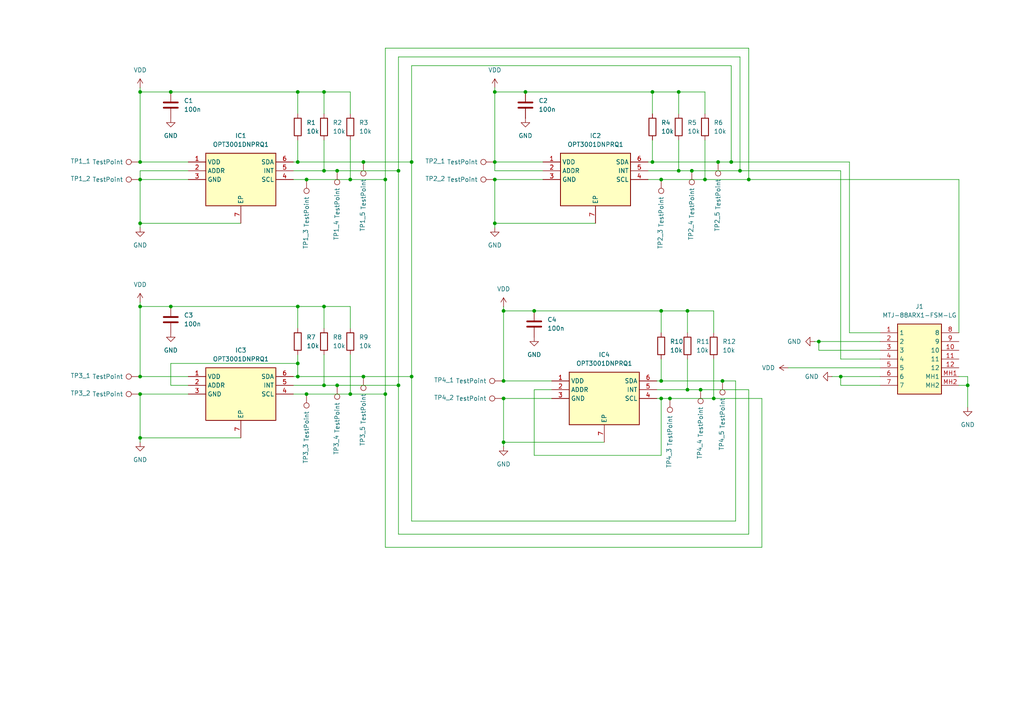
<source format=kicad_sch>
(kicad_sch (version 20250114) (generator "eeschema") (generator_version "9.0")
  (paper "A4")
  (lib_symbols
    (symbol "Connector:TestPoint" (pin_numbers (hide yes)) (pin_names (offset 0.762) (hide yes))
      (property "Reference" "TP" (at 0 6.858 0))
      (property "Value" "TestPoint" (at 0 5.08 0))
      (symbol "TestPoint_0_1"
        (circle (center 0 3.302) (radius 0.762))
      )
      (symbol "TestPoint_1_1"
        (pin passive line (at 0 0 90) (length 2.54) (name "1") (number "1"))
      )
    )
    (symbol "Device:C" (pin_numbers (hide yes)) (pin_names (offset 0.254))
      (property "Reference" "C" (at 0.635 2.54 0))
      (property "Value" "C" (at 0.635 -2.54 0))
      (symbol "C_0_1"
        (polyline (pts (xy -2.032 0.762) (xy 2.032 0.762)) (stroke (width 0.508)))
        (polyline (pts (xy -2.032 -0.762) (xy 2.032 -0.762)) (stroke (width 0.508)))
      )
      (symbol "C_1_1"
        (pin passive line (at 0 3.81 270) (length 2.794) (name "~") (number "1"))
        (pin passive line (at 0 -3.81 90) (length 2.794) (name "~") (number "2"))
      )
    )
    (symbol "Device:R" (pin_numbers (hide yes)) (pin_names (offset 0))
      (property "Reference" "R" (at 2.032 0 90))
      (property "Value" "R" (at 0 0 90))
      (symbol "R_0_1"
        (rectangle (start -1.016 -2.54) (end 1.016 2.54) (stroke (width 0.254)))
      )
      (symbol "R_1_1"
        (pin passive line (at 0 3.81 270) (length 1.27) (name "~") (number "1"))
        (pin passive line (at 0 -3.81 90) (length 1.27) (name "~") (number "2"))
      )
    )
    (symbol "MTJ-88ARX1-FSM-LG:MTJ-88ARX1-FSM-LG"
      (property "Reference" "J" (at 19.05 7.62 0))
      (property "Value" "MTJ-88ARX1-FSM-LG" (at 19.05 5.08 0))
      (symbol "MTJ-88ARX1-FSM-LG_1_1"
        (rectangle (start 5.08 2.54) (end 17.78 -17.78) (stroke (width 0.254)) (fill (type background)))
        (pin passive line (at 0 0 0) (length 5.08) (name "1") (number "1"))
        (pin passive line (at 0 -2.54 0) (length 5.08) (name "2") (number "2"))
        (pin passive line (at 0 -5.08 0) (length 5.08) (name "3") (number "3"))
        (pin passive line (at 0 -7.62 0) (length 5.08) (name "4") (number "4"))
        (pin passive line (at 0 -10.16 0) (length 5.08) (name "5") (number "5"))
        (pin passive line (at 0 -12.7 0) (length 5.08) (name "6") (number "6"))
        (pin passive line (at 0 -15.24 0) (length 5.08) (name "7") (number "7"))
        (pin passive line (at 22.86 0 180) (length 5.08) (name "8") (number "8"))
        (pin passive line (at 22.86 -2.54 180) (length 5.08) (name "9") (number "9"))
        (pin passive line (at 22.86 -5.08 180) (length 5.08) (name "10") (number "10"))
        (pin passive line (at 22.86 -7.62 180) (length 5.08) (name "11") (number "11"))
        (pin passive line (at 22.86 -10.16 180) (length 5.08) (name "12") (number "12"))
        (pin passive line (at 22.86 -12.7 180) (length 5.08) (name "MH1") (number "MH1"))
        (pin passive line (at 22.86 -15.24 180) (length 5.08) (name "MH2") (number "MH2"))
      )
    )
    (symbol "OPT3001DNPRQ1:OPT3001DNPRQ1"
      (property "Reference" "IC" (at 26.67 7.62 0))
      (property "Value" "OPT3001DNPRQ1" (at 26.67 5.08 0))
      (symbol "OPT3001DNPRQ1_1_1"
        (rectangle (start 5.08 2.54) (end 25.4 -12.7) (stroke (width 0.254)) (fill (type background)))
        (pin passive line (at 0 0 0) (length 5.08) (name "VDD") (number "1"))
        (pin passive line (at 0 -2.54 0) (length 5.08) (name "ADDR") (number "2"))
        (pin passive line (at 0 -5.08 0) (length 5.08) (name "GND") (number "3"))
        (pin passive line (at 15.24 -17.78 90) (length 5.08) (name "EP") (number "7"))
        (pin passive line (at 30.48 0 180) (length 5.08) (name "SDA") (number "6"))
        (pin passive line (at 30.48 -2.54 180) (length 5.08) (name "INT") (number "5"))
        (pin passive line (at 30.48 -5.08 180) (length 5.08) (name "SCL") (number "4"))
      )
    )
    (symbol "power:GND" (power) (pin_numbers (hide yes)) (pin_names (offset 0) (hide yes))
      (property "Value" "GND" (at 0 -3.81 0))
      (symbol "GND_0_1"
        (polyline (pts (xy 0 0) (xy 0 -1.27) (xy 1.27 -1.27) (xy 0 -2.54) (xy -1.27 -1.27) (xy 0 -1.27)))
      )
      (symbol "GND_1_1"
        (pin power_in line (at 0 0 270) (length 0) (name "~") (number "1"))
      )
    )
    (symbol "power:VDD" (power) (pin_numbers (hide yes)) (pin_names (offset 0) (hide yes))
      (property "Value" "VDD" (at 0 3.556 0))
      (symbol "VDD_0_1"
        (polyline (pts (xy -0.762 1.27) (xy 0 2.54)))
        (polyline (pts (xy 0 2.54) (xy 0.762 1.27)))
        (polyline (pts (xy 0 0) (xy 0 2.54)))
      )
      (symbol "VDD_1_1"
        (pin power_in line (at 0 0 90) (length 0) (name "~") (number "1"))
      )
    )
  )
  (junction (at 111.76 52.07))
  (junction (at 200.66 49.53))
  (junction (at 143.51 64.77))
  (junction (at 119.38 46.99))
  (junction (at 146.05 115.57))
  (junction (at 40.64 114.3))
  (junction (at 86.36 109.22))
  (junction (at 49.53 26.67))
  (junction (at 86.36 105.41))
  (junction (at 152.4 26.67))
  (junction (at 40.64 26.67))
  (junction (at 189.23 26.67))
  (junction (at 191.77 90.17))
  (junction (at 101.6 114.3))
  (junction (at 207.01 115.57))
  (junction (at 40.64 88.9))
  (junction (at 105.41 109.22))
  (junction (at 93.98 49.53))
  (junction (at 115.57 111.76))
  (junction (at 88.9147 52.07))
  (junction (at 40.64 64.77))
  (junction (at 143.51 52.07))
  (junction (at 208.28 46.99))
  (junction (at 199.39 90.17))
  (junction (at 86.36 46.99))
  (junction (at 237.49 99.06))
  (junction (at 194.31 115.57))
  (junction (at 191.77 52.07))
  (junction (at 111.76 114.3))
  (junction (at 86.36 88.9))
  (junction (at 189.23 46.99))
  (junction (at 214.63 49.53))
  (junction (at 146.05 128.27))
  (junction (at 217.17 52.07))
  (junction (at 40.64 52.07))
  (junction (at 209.55 110.49))
  (junction (at 40.64 109.22))
  (junction (at 93.98 88.9))
  (junction (at 196.85 26.67))
  (junction (at 105.41 46.99))
  (junction (at 199.39 113.03))
  (junction (at 143.51 26.67))
  (junction (at 40.64 127))
  (junction (at 280.67 111.76))
  (junction (at 196.85 49.53))
  (junction (at 49.53 88.9))
  (junction (at 88.9 114.3))
  (junction (at 191.77 110.49))
  (junction (at 204.47 52.07))
  (junction (at 101.6 52.07))
  (junction (at 154.94 90.17))
  (junction (at 191.77 115.57))
  (junction (at 243.84 109.22))
  (junction (at 97.79 49.53))
  (junction (at 93.98 26.67))
  (junction (at 119.38 109.22))
  (junction (at 40.64 46.99))
  (junction (at 97.79 111.76))
  (junction (at 212.09 46.99))
  (junction (at 203.2 113.03))
  (junction (at 115.57 49.53))
  (junction (at 86.36 26.67))
  (junction (at 143.51 46.99))
  (junction (at 146.05 90.17))
  (junction (at 93.98 111.76))
  (junction (at 146.05 110.49))
  (wire (pts (xy 160.02 110.49) (xy 146.05 110.49)))
  (wire (pts (xy 237.49 101.6) (xy 255.27 101.6)))
  (wire (pts (xy 85.09 109.22) (xy 86.36 109.22)))
  (wire (pts (xy 85.09 111.76) (xy 93.98 111.76)))
  (wire (pts (xy 115.57 49.53) (xy 115.57 16.51)))
  (wire (pts (xy 40.64 114.3) (xy 54.61 114.3)))
  (wire (pts (xy 101.6 40.64) (xy 101.6 52.07)))
  (wire (pts (xy 40.64 26.67) (xy 40.64 25.4)))
  (wire (pts (xy 119.38 46.99) (xy 119.38 19.05)))
  (wire (pts (xy 189.23 40.64) (xy 189.23 46.99)))
  (wire (pts (xy 199.39 90.17) (xy 207.01 90.17)))
  (wire (pts (xy 111.76 158.75) (xy 220.98 158.75)))
  (wire (pts (xy 40.64 26.67) (xy 49.53 26.67)))
  (wire (pts (xy 115.57 16.51) (xy 214.63 16.51)))
  (wire (pts (xy 278.13 111.76) (xy 280.67 111.76)))
  (wire (pts (xy 200.66 49.53) (xy 214.63 49.53)))
  (wire (pts (xy 246.38 96.52) (xy 246.38 46.99)))
  (wire (pts (xy 111.76 13.97) (xy 217.17 13.97)))
  (wire (pts (xy 86.36 46.99) (xy 105.41 46.99)))
  (wire (pts (xy 154.94 132.08) (xy 191.77 132.08)))
  (wire (pts (xy 243.84 104.14) (xy 243.84 49.53)))
  (wire (pts (xy 146.05 110.49) (xy 146.05 90.17)))
  (wire (pts (xy 146.05 90.17) (xy 146.05 88.9)))
  (wire (pts (xy 190.5 110.49) (xy 191.77 110.49)))
  (wire (pts (xy 86.36 88.9) (xy 93.98 88.9)))
  (wire (pts (xy 101.6 102.87) (xy 101.6 114.3)))
  (wire (pts (xy 199.39 104.14) (xy 199.39 113.03)))
  (wire (pts (xy 93.98 26.67) (xy 101.6 26.67)))
  (wire (pts (xy 187.96 49.53) (xy 196.85 49.53)))
  (wire (pts (xy 189.23 26.67) (xy 189.23 33.02)))
  (wire (pts (xy 105.41 109.22) (xy 119.38 109.22)))
  (wire (pts (xy 143.51 52.07) (xy 157.48 52.07)))
  (wire (pts (xy 54.61 111.76) (xy 49.53 111.76)))
  (wire (pts (xy 40.64 114.3) (xy 40.64 127)))
  (wire (pts (xy 93.98 26.67) (xy 93.98 33.02)))
  (wire (pts (xy 143.51 64.77) (xy 143.51 66.04)))
  (wire (pts (xy 157.48 49.53) (xy 143.51 49.53)))
  (wire (pts (xy 40.64 109.22) (xy 40.64 88.9)))
  (wire (pts (xy 40.64 64.77) (xy 40.64 66.04)))
  (wire (pts (xy 54.61 46.99) (xy 40.64 46.99)))
  (wire (pts (xy 143.51 64.77) (xy 172.72 64.77)))
  (wire (pts (xy 146.05 115.57) (xy 146.05 128.27)))
  (wire (pts (xy 196.85 26.67) (xy 204.47 26.67)))
  (wire (pts (xy 54.61 109.22) (xy 40.64 109.22)))
  (wire (pts (xy 209.55 110.49) (xy 213.36 110.49)))
  (wire (pts (xy 40.64 127) (xy 40.64 128.27)))
  (wire (pts (xy 212.09 46.99) (xy 246.38 46.99)))
  (wire (pts (xy 191.77 52.07) (xy 204.47 52.07)))
  (wire (pts (xy 143.51 26.67) (xy 152.4 26.67)))
  (wire (pts (xy 146.05 128.27) (xy 146.05 129.54)))
  (wire (pts (xy 85.09 114.3) (xy 88.9 114.3)))
  (wire (pts (xy 86.36 102.87) (xy 86.36 105.41)))
  (wire (pts (xy 243.84 109.22) (xy 255.27 109.22)))
  (wire (pts (xy 204.47 40.64) (xy 204.47 52.07)))
  (wire (pts (xy 154.94 90.17) (xy 191.77 90.17)))
  (wire (pts (xy 101.6 52.07) (xy 111.76 52.07)))
  (wire (pts (xy 160.02 113.03) (xy 154.94 113.03)))
  (wire (pts (xy 146.05 115.57) (xy 160.02 115.57)))
  (wire (pts (xy 189.23 46.99) (xy 208.28 46.99)))
  (wire (pts (xy 93.98 88.9) (xy 93.98 95.25)))
  (wire (pts (xy 115.57 111.76) (xy 115.57 49.53)))
  (wire (pts (xy 143.51 26.67) (xy 143.51 25.4)))
  (wire (pts (xy 214.63 16.51) (xy 214.63 49.53)))
  (wire (pts (xy 49.53 88.9) (xy 86.36 88.9)))
  (wire (pts (xy 196.85 49.53) (xy 200.66 49.53)))
  (wire (pts (xy 40.64 88.9) (xy 49.53 88.9)))
  (wire (pts (xy 208.28 46.99) (xy 212.09 46.99)))
  (wire (pts (xy 243.84 111.76) (xy 255.27 111.76)))
  (wire (pts (xy 278.13 52.07) (xy 217.17 52.07)))
  (wire (pts (xy 97.79 111.76) (xy 115.57 111.76)))
  (wire (pts (xy 207.01 104.14) (xy 207.01 115.57)))
  (wire (pts (xy 143.51 49.53) (xy 143.51 46.99)))
  (wire (pts (xy 154.94 113.03) (xy 154.94 132.08)))
  (wire (pts (xy 111.76 52.07) (xy 111.76 114.3)))
  (wire (pts (xy 111.76 52.07) (xy 111.76 13.97)))
  (wire (pts (xy 86.36 40.64) (xy 86.36 46.99)))
  (wire (pts (xy 217.17 52.07) (xy 204.47 52.07)))
  (wire (pts (xy 119.38 151.13) (xy 213.36 151.13)))
  (wire (pts (xy 196.85 40.64) (xy 196.85 49.53)))
  (wire (pts (xy 217.17 13.97) (xy 217.17 52.07)))
  (wire (pts (xy 228.6 106.68) (xy 255.27 106.68)))
  (wire (pts (xy 40.64 52.07) (xy 40.64 64.77)))
  (wire (pts (xy 40.64 52.07) (xy 54.61 52.07)))
  (wire (pts (xy 111.76 114.3) (xy 111.76 158.75)))
  (wire (pts (xy 119.38 109.22) (xy 119.38 46.99)))
  (wire (pts (xy 237.49 99.06) (xy 255.27 99.06)))
  (wire (pts (xy 187.96 46.99) (xy 189.23 46.99)))
  (wire (pts (xy 119.38 19.05) (xy 212.09 19.05)))
  (wire (pts (xy 157.48 46.99) (xy 143.51 46.99)))
  (wire (pts (xy 93.98 49.53) (xy 97.79 49.53)))
  (wire (pts (xy 191.77 132.08) (xy 191.77 115.57)))
  (wire (pts (xy 88.9147 52.07) (xy 101.6 52.07)))
  (wire (pts (xy 143.51 46.99) (xy 143.51 26.67)))
  (wire (pts (xy 49.53 111.76) (xy 49.53 105.41)))
  (wire (pts (xy 88.9 114.3) (xy 101.6 114.3)))
  (wire (pts (xy 189.23 26.67) (xy 196.85 26.67)))
  (wire (pts (xy 191.77 90.17) (xy 199.39 90.17)))
  (wire (pts (xy 199.39 113.03) (xy 203.2 113.03)))
  (wire (pts (xy 40.64 88.9) (xy 40.64 87.63)))
  (wire (pts (xy 40.64 127) (xy 69.85 127)))
  (wire (pts (xy 207.01 90.17) (xy 207.01 96.52)))
  (wire (pts (xy 187.96 52.07) (xy 191.77 52.07)))
  (wire (pts (xy 40.64 49.53) (xy 40.64 52.07)))
  (wire (pts (xy 40.64 64.77) (xy 69.85 64.77)))
  (wire (pts (xy 246.38 96.52) (xy 255.27 96.52)))
  (wire (pts (xy 204.47 26.67) (xy 204.47 33.02)))
  (wire (pts (xy 278.13 109.22) (xy 280.67 109.22)))
  (wire (pts (xy 85.09 46.99) (xy 86.36 46.99)))
  (wire (pts (xy 152.4 26.67) (xy 189.23 26.67)))
  (wire (pts (xy 115.57 154.94) (xy 217.17 154.94)))
  (wire (pts (xy 278.13 96.52) (xy 278.13 52.07)))
  (wire (pts (xy 119.38 109.22) (xy 119.38 151.13)))
  (wire (pts (xy 93.98 102.87) (xy 93.98 111.76)))
  (wire (pts (xy 86.36 88.9) (xy 86.36 95.25)))
  (wire (pts (xy 237.49 101.6) (xy 237.49 99.06)))
  (wire (pts (xy 191.77 110.49) (xy 209.55 110.49)))
  (wire (pts (xy 199.39 90.17) (xy 199.39 96.52)))
  (wire (pts (xy 93.98 88.9) (xy 101.6 88.9)))
  (wire (pts (xy 86.36 105.41) (xy 86.36 109.22)))
  (wire (pts (xy 86.36 26.67) (xy 86.36 33.02)))
  (wire (pts (xy 190.5 113.03) (xy 199.39 113.03)))
  (wire (pts (xy 207.01 115.57) (xy 220.98 115.57)))
  (wire (pts (xy 101.6 26.67) (xy 101.6 33.02)))
  (wire (pts (xy 49.53 105.41) (xy 86.36 105.41)))
  (wire (pts (xy 93.98 111.76) (xy 97.79 111.76)))
  (wire (pts (xy 220.98 158.75) (xy 220.98 115.57)))
  (wire (pts (xy 280.67 111.76) (xy 280.67 118.11)))
  (wire (pts (xy 85.09 49.53) (xy 93.98 49.53)))
  (wire (pts (xy 85.09 52.07) (xy 88.9147 52.07)))
  (wire (pts (xy 101.6 114.3) (xy 111.76 114.3)))
  (wire (pts (xy 243.84 111.76) (xy 243.84 109.22)))
  (wire (pts (xy 280.67 109.22) (xy 280.67 111.76)))
  (wire (pts (xy 212.09 19.05) (xy 212.09 46.99)))
  (wire (pts (xy 213.36 151.13) (xy 213.36 110.49)))
  (wire (pts (xy 236.22 99.06) (xy 237.49 99.06)))
  (wire (pts (xy 143.51 52.07) (xy 143.51 64.77)))
  (wire (pts (xy 105.41 46.99) (xy 119.38 46.99)))
  (wire (pts (xy 217.17 154.94) (xy 217.17 113.03)))
  (wire (pts (xy 194.31 115.57) (xy 207.01 115.57)))
  (wire (pts (xy 146.05 128.27) (xy 175.26 128.27)))
  (wire (pts (xy 203.2 113.03) (xy 217.17 113.03)))
  (wire (pts (xy 93.98 40.64) (xy 93.98 49.53)))
  (wire (pts (xy 86.36 26.67) (xy 93.98 26.67)))
  (wire (pts (xy 191.77 104.14) (xy 191.77 110.49)))
  (wire (pts (xy 86.36 109.22) (xy 105.41 109.22)))
  (wire (pts (xy 190.5 115.57) (xy 191.77 115.57)))
  (wire (pts (xy 191.77 115.57) (xy 194.31 115.57)))
  (wire (pts (xy 191.77 90.17) (xy 191.77 96.52)))
  (wire (pts (xy 40.64 46.99) (xy 40.64 26.67)))
  (wire (pts (xy 214.63 49.53) (xy 243.84 49.53)))
  (wire (pts (xy 97.79 49.53) (xy 115.57 49.53)))
  (wire (pts (xy 54.61 49.53) (xy 40.64 49.53)))
  (wire (pts (xy 101.6 88.9) (xy 101.6 95.25)))
  (wire (pts (xy 49.53 26.67) (xy 86.36 26.67)))
  (wire (pts (xy 255.27 104.14) (xy 243.84 104.14)))
  (wire (pts (xy 146.05 90.17) (xy 154.94 90.17)))
  (wire (pts (xy 115.57 111.76) (xy 115.57 154.94)))
  (wire (pts (xy 196.85 26.67) (xy 196.85 33.02)))
  (wire (pts (xy 241.3 109.22) (xy 243.84 109.22)))
  (symbol (lib_id "power:GND") (at 49.53 34.29 0) (unit 1)
    (property "Reference" "#PWR03" (effects (hide yes)))
    (property "Value" "GND" (at 49.53 39.37 0))
    (property "Description" "Power symbol creates a global label with name \"GND\" , ground" (effects (hide yes)))
  )
  (symbol (lib_id "power:GND") (at 154.94 97.79 0) (unit 1)
    (property "Reference" "#PWR012" (effects (hide yes)))
    (property "Value" "GND" (at 154.94 102.87 0))
    (property "Description" "Power symbol creates a global label with name \"GND\" , ground" (effects (hide yes)))
  )
  (symbol (lib_id "power:VDD") (at 143.51 25.4 0) (unit 1)
    (property "Reference" "#PWR04" (effects (hide yes)))
    (property "Value" "VDD" (at 143.51 20.32 0))
    (property "Description" "Power symbol creates a global label with name \"VDD\"" (effects (hide yes)))
  )
  (symbol (lib_id "OPT3001DNPRQ1:OPT3001DNPRQ1") (at 160.02 110.49 0) (unit 1)
    (property "Reference" "IC4" (at 175.26 102.87 0))
    (property "Value" "OPT3001DNPRQ1" (at 175.26 105.41 0))
    (property "Footprint" "OPT3001DNDPRQ1:SON65P200X200X65-7N-D" (effects (hide yes)))
    (property "Datasheet" "http://www.ti.com/lit/gpn/OPT3001-Q1" (effects (hide yes)))
    (property "Description" "Automotive digital ambient light sensor (ALS) with high-precision human-eye response" (effects (hide yes)))
    (property "Height" "0.65" (effects (hide yes)))
    (property "Mouser Part Number" "595-OPT3001DNPRQ1" (effects (hide yes)))
    (property "Mouser Price/Stock" "https://www.mouser.co.uk/ProductDetail/Texas-Instruments/OPT3001DNPRQ1?qs=F5EMLAvA7IAmN2MDU1xuSw%3D%3D" (effects (hide yes)))
    (property "Manufacturer_Name" "Texas Instruments" (effects (hide yes)))
    (property "Manufacturer_Part_Number" "OPT3001DNPRQ1" (effects (hide yes)))
  )
  (symbol (lib_id "Connector:TestPoint") (at 143.51 46.99 90) (unit 1)
    (property "Reference" "TP2_1" (at 126.238 46.736 90))
    (property "Value" "TestPoint" (at 134.112 46.99 90))
    (property "Description" "test point" (effects (hide yes)))
  )
  (symbol (lib_id "Connector:TestPoint") (at 97.79 49.53 180) (unit 1)
    (property "Reference" "TP1_4" (at 97.536 66.802 90))
    (property "Value" "TestPoint" (at 97.79 58.928 90))
    (property "Description" "test point" (effects (hide yes)))
  )
  (symbol (lib_id "power:GND") (at 280.67 118.11 0) (unit 1)
    (property "Reference" "#PWR016" (effects (hide yes)))
    (property "Value" "GND" (at 280.67 123.19 0))
    (property "Description" "Power symbol creates a global label with name \"GND\" , ground" (effects (hide yes)))
  )
  (symbol (lib_id "OPT3001DNPRQ1:OPT3001DNPRQ1") (at 157.48 46.99 0) (unit 1)
    (property "Reference" "IC2" (at 172.72 39.37 0))
    (property "Value" "OPT3001DNPRQ1" (at 172.72 41.91 0))
    (property "Footprint" "OPT3001DNDPRQ1:SON65P200X200X65-7N-D" (effects (hide yes)))
    (property "Datasheet" "http://www.ti.com/lit/gpn/OPT3001-Q1" (effects (hide yes)))
    (property "Description" "Automotive digital ambient light sensor (ALS) with high-precision human-eye response" (effects (hide yes)))
    (property "Height" "0.65" (effects (hide yes)))
    (property "Mouser Part Number" "595-OPT3001DNPRQ1" (effects (hide yes)))
    (property "Mouser Price/Stock" "https://www.mouser.co.uk/ProductDetail/Texas-Instruments/OPT3001DNPRQ1?qs=F5EMLAvA7IAmN2MDU1xuSw%3D%3D" (effects (hide yes)))
    (property "Manufacturer_Name" "Texas Instruments" (effects (hide yes)))
    (property "Manufacturer_Part_Number" "OPT3001DNPRQ1" (effects (hide yes)))
  )
  (symbol (lib_id "Connector:TestPoint") (at 105.41 109.22 180) (unit 1)
    (property "Reference" "TP3_5" (at 105.156 126.492 90))
    (property "Value" "TestPoint" (at 105.41 118.618 90))
    (property "Description" "test point" (effects (hide yes)))
  )
  (symbol (lib_id "Device:C") (at 154.94 93.98 0) (unit 1)
    (property "Reference" "C4" (at 158.75 92.7099 0) (effects (justify left)))
    (property "Value" "100n" (at 158.75 95.2499 0) (effects (justify left)))
    (property "Description" "Unpolarized capacitor" (effects (hide yes)))
  )
  (symbol (lib_id "Connector:TestPoint") (at 191.77 52.07 180) (unit 1)
    (property "Reference" "TP2_3" (at 191.516 69.342 90))
    (property "Value" "TestPoint" (at 191.77 61.468 90))
    (property "Description" "test point" (effects (hide yes)))
  )
  (symbol (lib_id "Connector:TestPoint") (at 40.64 109.22 90) (unit 1)
    (property "Reference" "TP3_1" (at 23.368 108.966 90))
    (property "Value" "TestPoint" (at 31.242 109.22 90))
    (property "Description" "test point" (effects (hide yes)))
  )
  (symbol (lib_id "Device:C") (at 49.53 30.48 0) (unit 1)
    (property "Reference" "C1" (at 53.34 29.2099 0) (effects (justify left)))
    (property "Value" "100n" (at 53.34 31.7499 0) (effects (justify left)))
    (property "Description" "Unpolarized capacitor" (effects (hide yes)))
  )
  (symbol (lib_id "Connector:TestPoint") (at 200.66 49.53 180) (unit 1)
    (property "Reference" "TP2_4" (at 200.406 66.802 90))
    (property "Value" "TestPoint" (at 200.66 58.928 90))
    (property "Description" "test point" (effects (hide yes)))
  )
  (symbol (lib_id "power:GND") (at 49.53 96.52 0) (unit 1)
    (property "Reference" "#PWR09" (effects (hide yes)))
    (property "Value" "GND" (at 49.53 101.6 0))
    (property "Description" "Power symbol creates a global label with name \"GND\" , ground" (effects (hide yes)))
  )
  (symbol (lib_id "Device:R") (at 196.85 36.83 0) (unit 1)
    (property "Reference" "R5" (at 199.39 35.5599 0) (effects (justify left)))
    (property "Value" "10k" (at 199.39 38.0999 0) (effects (justify left)))
    (property "Description" "Resistor" (effects (hide yes)))
  )
  (symbol (lib_id "power:VDD") (at 40.64 25.4 0) (unit 1)
    (property "Reference" "#PWR02" (effects (hide yes)))
    (property "Value" "VDD" (at 40.64 20.32 0))
    (property "Description" "Power symbol creates a global label with name \"VDD\"" (effects (hide yes)))
  )
  (symbol (lib_id "power:GND") (at 146.05 129.54 0) (unit 1)
    (property "Reference" "#PWR011" (effects (hide yes)))
    (property "Value" "GND" (at 146.05 134.62 0))
    (property "Description" "Power symbol creates a global label with name \"GND\" , ground" (effects (hide yes)))
  )
  (symbol (lib_id "power:GND") (at 236.22 99.06 270) (unit 1)
    (property "Reference" "#PWR013" (effects (hide yes)))
    (property "Value" "GND" (at 232.41 99.0599 90) (effects (justify right)))
    (property "Description" "Power symbol creates a global label with name \"GND\" , ground" (effects (hide yes)))
  )
  (symbol (lib_id "Device:R") (at 101.6 36.83 0) (unit 1)
    (property "Reference" "R3" (at 104.14 35.5599 0) (effects (justify left)))
    (property "Value" "10k" (at 104.14 38.0999 0) (effects (justify left)))
    (property "Description" "Resistor" (effects (hide yes)))
  )
  (symbol (lib_id "Connector:TestPoint") (at 88.9 114.3 180) (unit 1)
    (property "Reference" "TP3_3" (at 88.646 131.572 90))
    (property "Value" "TestPoint" (at 88.9 123.698 90))
    (property "Description" "test point" (effects (hide yes)))
  )
  (symbol (lib_id "Device:R") (at 189.23 36.83 0) (unit 1)
    (property "Reference" "R4" (at 191.77 35.5599 0) (effects (justify left)))
    (property "Value" "10k" (at 191.77 38.0999 0) (effects (justify left)))
    (property "Description" "Resistor" (effects (hide yes)))
  )
  (symbol (lib_id "Device:C") (at 152.4 30.48 0) (unit 1)
    (property "Reference" "C2" (at 156.21 29.2099 0) (effects (justify left)))
    (property "Value" "100n" (at 156.21 31.7499 0) (effects (justify left)))
    (property "Description" "Unpolarized capacitor" (effects (hide yes)))
  )
  (symbol (lib_id "power:VDD") (at 40.64 87.63 0) (unit 1)
    (property "Reference" "#PWR07" (effects (hide yes)))
    (property "Value" "VDD" (at 40.64 82.55 0))
    (property "Description" "Power symbol creates a global label with name \"VDD\"" (effects (hide yes)))
  )
  (symbol (lib_id "power:GND") (at 143.51 66.04 0) (unit 1)
    (property "Reference" "#PWR05" (effects (hide yes)))
    (property "Value" "GND" (at 143.51 71.12 0))
    (property "Description" "Power symbol creates a global label with name \"GND\" , ground" (effects (hide yes)))
  )
  (symbol (lib_id "Connector:TestPoint") (at 194.31 115.57 180) (unit 1)
    (property "Reference" "TP4_3" (at 194.056 132.842 90))
    (property "Value" "TestPoint" (at 194.31 124.968 90))
    (property "Description" "test point" (effects (hide yes)))
  )
  (symbol (lib_id "Device:R") (at 93.98 99.06 0) (unit 1)
    (property "Reference" "R8" (at 96.52 97.7899 0) (effects (justify left)))
    (property "Value" "10k" (at 96.52 100.3299 0) (effects (justify left)))
    (property "Description" "Resistor" (effects (hide yes)))
  )
  (symbol (lib_id "Device:R") (at 191.77 100.33 0) (unit 1)
    (property "Reference" "R10" (at 194.31 99.0599 0) (effects (justify left)))
    (property "Value" "10k" (at 194.31 101.5999 0) (effects (justify left)))
    (property "Description" "Resistor" (effects (hide yes)))
  )
  (symbol (lib_id "OPT3001DNPRQ1:OPT3001DNPRQ1") (at 54.61 109.22 0) (unit 1)
    (property "Reference" "IC3" (at 69.85 101.6 0))
    (property "Value" "OPT3001DNPRQ1" (at 69.85 104.14 0))
    (property "Footprint" "OPT3001DNDPRQ1:SON65P200X200X65-7N-D" (effects (hide yes)))
    (property "Datasheet" "http://www.ti.com/lit/gpn/OPT3001-Q1" (effects (hide yes)))
    (property "Description" "Automotive digital ambient light sensor (ALS) with high-precision human-eye response" (effects (hide yes)))
    (property "Height" "0.65" (effects (hide yes)))
    (property "Mouser Part Number" "595-OPT3001DNPRQ1" (effects (hide yes)))
    (property "Mouser Price/Stock" "https://www.mouser.co.uk/ProductDetail/Texas-Instruments/OPT3001DNPRQ1?qs=F5EMLAvA7IAmN2MDU1xuSw%3D%3D" (effects (hide yes)))
    (property "Manufacturer_Name" "Texas Instruments" (effects (hide yes)))
    (property "Manufacturer_Part_Number" "OPT3001DNPRQ1" (effects (hide yes)))
  )
  (symbol (lib_id "power:GND") (at 40.64 128.27 0) (unit 1)
    (property "Reference" "#PWR08" (effects (hide yes)))
    (property "Value" "GND" (at 40.64 133.35 0))
    (property "Description" "Power symbol creates a global label with name \"GND\" , ground" (effects (hide yes)))
  )
  (symbol (lib_id "Device:R") (at 93.98 36.83 0) (unit 1)
    (property "Reference" "R2" (at 96.52 35.5599 0) (effects (justify left)))
    (property "Value" "10k" (at 96.52 38.0999 0) (effects (justify left)))
    (property "Description" "Resistor" (effects (hide yes)))
  )
  (symbol (lib_id "Connector:TestPoint") (at 208.28 46.99 180) (unit 1)
    (property "Reference" "TP2_5" (at 208.026 64.262 90))
    (property "Value" "TestPoint" (at 208.28 56.388 90))
    (property "Description" "test point" (effects (hide yes)))
  )
  (symbol (lib_id "Connector:TestPoint") (at 105.41 46.99 180) (unit 1)
    (property "Reference" "TP1_5" (at 105.156 64.262 90))
    (property "Value" "TestPoint" (at 105.41 56.388 90))
    (property "Description" "test point" (effects (hide yes)))
  )
  (symbol (lib_id "Connector:TestPoint") (at 97.79 111.76 180) (unit 1)
    (property "Reference" "TP3_4" (at 97.536 129.032 90))
    (property "Value" "TestPoint" (at 97.79 121.158 90))
    (property "Description" "test point" (effects (hide yes)))
  )
  (symbol (lib_id "Connector:TestPoint") (at 40.64 114.3 90) (unit 1)
    (property "Reference" "TP3_2" (at 23.368 114.046 90))
    (property "Value" "TestPoint" (at 31.242 114.3 90))
    (property "Description" "test point" (effects (hide yes)))
  )
  (symbol (lib_id "OPT3001DNPRQ1:OPT3001DNPRQ1") (at 54.61 46.99 0) (unit 1)
    (property "Reference" "IC1" (at 69.85 39.37 0))
    (property "Value" "OPT3001DNPRQ1" (at 69.85 41.91 0))
    (property "Footprint" "OPT3001DNDPRQ1:SON65P200X200X65-7N-D" (effects (hide yes)))
    (property "Datasheet" "http://www.ti.com/lit/gpn/OPT3001-Q1" (effects (hide yes)))
    (property "Description" "Automotive digital ambient light sensor (ALS) with high-precision human-eye response" (effects (hide yes)))
    (property "Height" "0.65" (effects (hide yes)))
    (property "Mouser Part Number" "595-OPT3001DNPRQ1" (effects (hide yes)))
    (property "Mouser Price/Stock" "https://www.mouser.co.uk/ProductDetail/Texas-Instruments/OPT3001DNPRQ1?qs=F5EMLAvA7IAmN2MDU1xuSw%3D%3D" (effects (hide yes)))
    (property "Manufacturer_Name" "Texas Instruments" (effects (hide yes)))
    (property "Manufacturer_Part_Number" "OPT3001DNPRQ1" (effects (hide yes)))
  )
  (symbol (lib_id "Connector:TestPoint") (at 143.51 52.07 90) (unit 1)
    (property "Reference" "TP2_2" (at 126.238 51.816 90))
    (property "Value" "TestPoint" (at 134.112 52.07 90))
    (property "Description" "test point" (effects (hide yes)))
  )
  (symbol (lib_id "Device:C") (at 49.53 92.71 0) (unit 1)
    (property "Reference" "C3" (at 53.34 91.4399 0) (effects (justify left)))
    (property "Value" "100n" (at 53.34 93.9799 0) (effects (justify left)))
    (property "Description" "Unpolarized capacitor" (effects (hide yes)))
  )
  (symbol (lib_id "Connector:TestPoint") (at 88.9147 52.07 180) (unit 1)
    (property "Reference" "TP1_3" (at 88.6607 69.342 90))
    (property "Value" "TestPoint" (at 88.9147 61.468 90))
    (property "Description" "test point" (effects (hide yes)))
  )
  (symbol (lib_id "Device:R") (at 207.01 100.33 0) (unit 1)
    (property "Reference" "R12" (at 209.55 99.0599 0) (effects (justify left)))
    (property "Value" "10k" (at 209.55 101.5999 0) (effects (justify left)))
    (property "Description" "Resistor" (effects (hide yes)))
  )
  (symbol (lib_id "MTJ-88ARX1-FSM-LG:MTJ-88ARX1-FSM-LG") (at 255.27 96.52 0) (unit 1)
    (property "Reference" "J1" (at 266.7 88.9 0))
    (property "Value" "MTJ-88ARX1-FSM-LG" (at 266.7 91.44 0))
    (property "Footprint" "MTJ88ARX1FSMLG" (effects (hide yes)))
    (property "Datasheet" "https://www.arrow.com/en/products/mtj-88arx1-fsm-lg/adam-tech" (effects (hide yes)))
    (property "Description" "RJ45 Modular Jack, Shielded, Dip, Side Entry,LEDs" (effects (hide yes)))
    (property "Height" "13.708" (effects (hide yes)))
    (property "Mouser Part Number" "737-MTJ88ARX1FSMLG" (effects (hide yes)))
    (property "Mouser Price/Stock" "https://www.mouser.co.uk/ProductDetail/Adam-Tech/MTJ-88ARX1-FSM-LG?qs=HoCaDK9Nz5cwcndn7zcdzQ%3D%3D" (effects (hide yes)))
    (property "Manufacturer_Name" "Adam Tech" (effects (hide yes)))
    (property "Manufacturer_Part_Number" "MTJ-88ARX1-FSM-LG" (effects (hide yes)))
  )
  (symbol (lib_id "Connector:TestPoint") (at 146.05 110.49 90) (unit 1)
    (property "Reference" "TP4_1" (at 128.778 110.236 90))
    (property "Value" "TestPoint" (at 136.652 110.49 90))
    (property "Description" "test point" (effects (hide yes)))
  )
  (symbol (lib_id "Connector:TestPoint") (at 203.2 113.03 180) (unit 1)
    (property "Reference" "TP4_4" (at 202.946 130.302 90))
    (property "Value" "TestPoint" (at 203.2 122.428 90))
    (property "Description" "test point" (effects (hide yes)))
  )
  (symbol (lib_id "Device:R") (at 86.36 99.06 0) (unit 1)
    (property "Reference" "R7" (at 88.9 97.7899 0) (effects (justify left)))
    (property "Value" "10k" (at 88.9 100.3299 0) (effects (justify left)))
    (property "Description" "Resistor" (effects (hide yes)))
  )
  (symbol (lib_id "power:VDD") (at 228.6 106.68 90) (unit 1)
    (property "Reference" "#PWR014" (effects (hide yes)))
    (property "Value" "VDD" (at 224.79 106.6799 90) (effects (justify left)))
    (property "Description" "Power symbol creates a global label with name \"VDD\"" (effects (hide yes)))
  )
  (symbol (lib_id "Connector:TestPoint") (at 40.64 46.99 90) (unit 1)
    (property "Reference" "TP1_1" (at 23.368 46.736 90))
    (property "Value" "TestPoint" (at 31.242 46.99 90))
    (property "Description" "test point" (effects (hide yes)))
  )
  (symbol (lib_id "Device:R") (at 199.39 100.33 0) (unit 1)
    (property "Reference" "R11" (at 201.93 99.0599 0) (effects (justify left)))
    (property "Value" "10k" (at 201.93 101.5999 0) (effects (justify left)))
    (property "Description" "Resistor" (effects (hide yes)))
  )
  (symbol (lib_id "Device:R") (at 86.36 36.83 0) (unit 1)
    (property "Reference" "R1" (at 88.9 35.5599 0) (effects (justify left)))
    (property "Value" "10k" (at 88.9 38.0999 0) (effects (justify left)))
    (property "Description" "Resistor" (effects (hide yes)))
  )
  (symbol (lib_id "Connector:TestPoint") (at 209.55 110.49 180) (unit 1)
    (property "Reference" "TP4_5" (at 209.296 127.762 90))
    (property "Value" "TestPoint" (at 209.55 119.888 90))
    (property "Description" "test point" (effects (hide yes)))
  )
  (symbol (lib_id "Device:R") (at 204.47 36.83 0) (unit 1)
    (property "Reference" "R6" (at 207.01 35.5599 0) (effects (justify left)))
    (property "Value" "10k" (at 207.01 38.0999 0) (effects (justify left)))
    (property "Description" "Resistor" (effects (hide yes)))
  )
  (symbol (lib_id "Connector:TestPoint") (at 146.05 115.57 90) (unit 1)
    (property "Reference" "TP4_2" (at 128.778 115.316 90))
    (property "Value" "TestPoint" (at 136.652 115.57 90))
    (property "Description" "test point" (effects (hide yes)))
  )
  (symbol (lib_id "Connector:TestPoint") (at 40.64 52.07 90) (unit 1)
    (property "Reference" "TP1_2" (at 23.368 51.816 90))
    (property "Value" "TestPoint" (at 31.242 52.07 90))
    (property "Description" "test point" (effects (hide yes)))
  )
  (symbol (lib_id "power:VDD") (at 146.05 88.9 0) (unit 1)
    (property "Reference" "#PWR010" (effects (hide yes)))
    (property "Value" "VDD" (at 146.05 83.82 0))
    (property "Description" "Power symbol creates a global label with name \"VDD\"" (effects (hide yes)))
  )
  (symbol (lib_id "Device:R") (at 101.6 99.06 0) (unit 1)
    (property "Reference" "R9" (at 104.14 97.7899 0) (effects (justify left)))
    (property "Value" "10k" (at 104.14 100.3299 0) (effects (justify left)))
    (property "Description" "Resistor" (effects (hide yes)))
  )
  (symbol (lib_id "power:GND") (at 152.4 34.29 0) (unit 1)
    (property "Reference" "#PWR06" (effects (hide yes)))
    (property "Value" "GND" (at 152.4 39.37 0))
    (property "Description" "Power symbol creates a global label with name \"GND\" , ground" (effects (hide yes)))
  )
  (symbol (lib_id "power:GND") (at 241.3 109.22 270) (unit 1)
    (property "Reference" "#PWR015" (effects (hide yes)))
    (property "Value" "GND" (at 237.49 109.2199 90) (effects (justify right)))
    (property "Description" "Power symbol creates a global label with name \"GND\" , ground" (effects (hide yes)))
  )
  (symbol (lib_id "power:GND") (at 40.64 66.04 0) (unit 1)
    (property "Reference" "#PWR01" (effects (hide yes)))
    (property "Value" "GND" (at 40.64 71.12 0))
    (property "Description" "Power symbol creates a global label with name \"GND\" , ground" (effects (hide yes)))
  )
)
</source>
